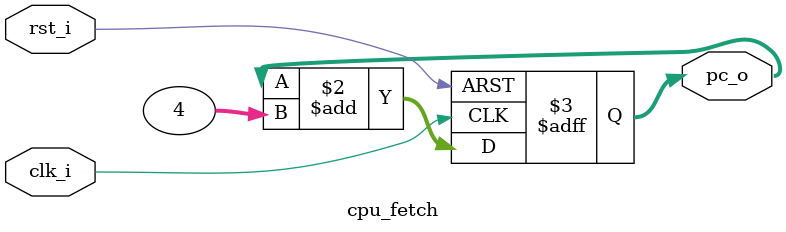
<source format=v>
module cpu_fetch (
   input                clk_i,  
   input                rst_i,        // reset
   output reg [31:0]    pc_o          // 32 bit program sayaç çıkışı
);

   
   parameter INITIAL_PC = 32'h0000_0000; //0 değerine atadım

   always @(posedge clk_i or posedge rst_i) begin
      if (rst_i) begin                
         pc_o <= INITIAL_PC;         // 0' atadım
      end else begin
         pc_o <= pc_o + 4;           // Program sayacını 4'er artır
      end
   end

endmodule
</source>
